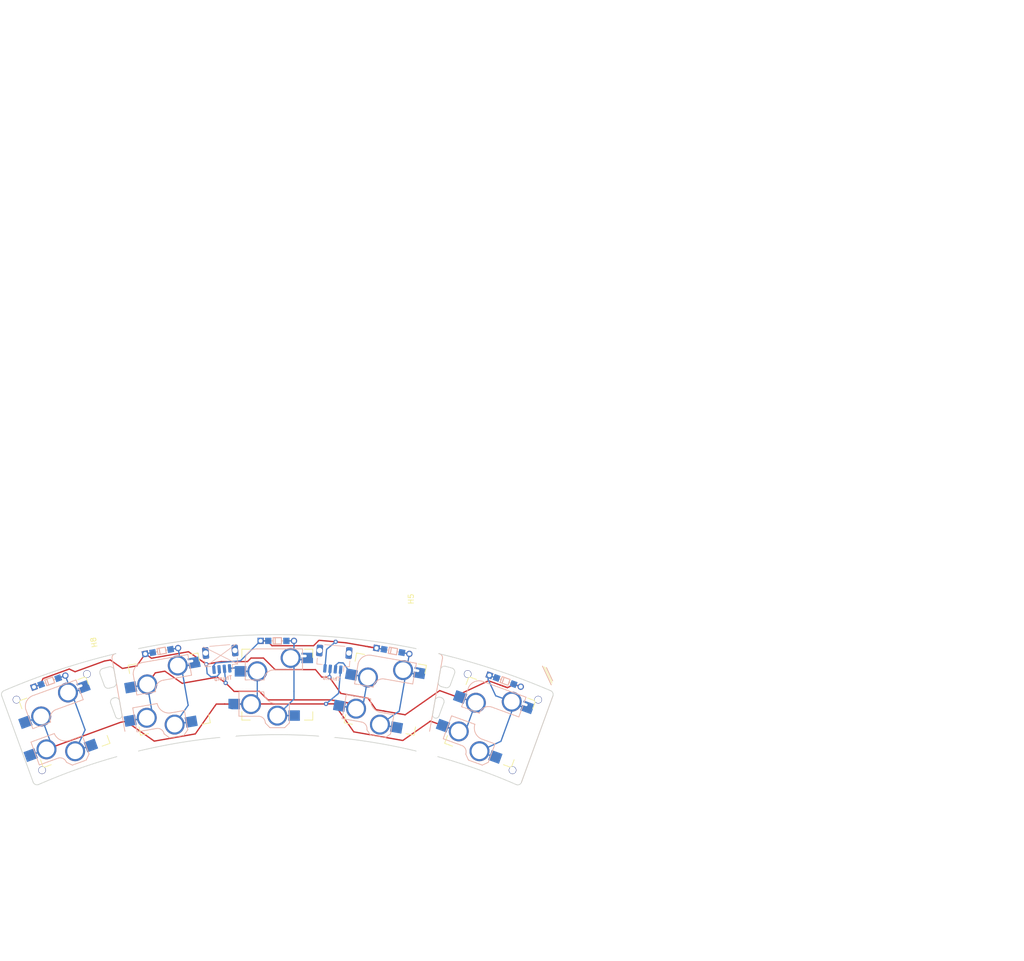
<source format=kicad_pcb>
(kicad_pcb (version 20210228) (generator pcbnew)
  (title_block (rev "1") (company "@e3w2q"))
  (layers (0 "F.Cu" signal) (31 "B.Cu" signal) (34 "B.Paste" user) (35 "F.Paste" user) (36 "B.SilkS" user "B.Silkscreen") (37 "F.SilkS" user "F.Silkscreen") (38 "B.Mask" user) (39 "F.Mask" user) (44 "Edge.Cuts" user))
  (net 0 "")
  (footprint "#footprint:M2_Nut_Hole_rev2" (layer "F.Cu") (at 38.688167 135.459876 90)
    (fp_text reference "H7")
    (fp_text value "MountingHole")
    (pad "" np_thru_hole oval (at 0 0 90) (size 6 4.2) (drill oval 6 4.2) (layers F&B.Cu *.Mask))
  )
  (footprint "#footprint:CherryMX_Choc_Hotswap_rev9_test" (layer "F.Cu") (at 26.776505 130.692625 20)
    (fp_text reference "SW15" hide)
    (fp_text value "SW_Push" hide)
    (fp_line (start 4.8 -6.804) (end -3.825 -6.804) (layer "B.SilkS") (width 0.15))
    (fp_line (start 4.8 -2.8) (end -0.6 -2.8) (layer "B.SilkS") (width 0.15))
    (fp_line (start -2.575 1.375) (end -7.3 1.375) (layer "B.SilkS") (width 0.15))
    (fp_line (start 4.8 -2.8) (end 4.8 -6.804) (layer "B.SilkS") (width 0.15))
    (fp_line (start 2.275 3.575) (end -0.275 3.575) (layer "B.SilkS") (width 0.15))
    (fp_line (start 2.3 7.3) (end 1.4 8.2) (layer "B.SilkS") (width 0.15))
    (fp_line (start 1.4 8.2) (end -1.4 8.2) (layer "B.SilkS") (width 0.15))
    (fp_line (start 2.3 3.6) (end 2.3 7.3) (layer "B.SilkS") (width 0.15))
    (fp_line (start -3.5 6.025) (end -7.275 6.025) (layer "B.SilkS") (width 0.15))
    (fp_line (start -6.1 -4.85) (end -6.1 -0.905) (layer "B.SilkS") (width 0.15))
    (fp_line (start -2.28 7.3) (end -1.4 8.2) (layer "B.SilkS") (width 0.15))
    (fp_line (start -6.1 -0.896) (end -2.49 -0.896) (layer "B.SilkS") (width 0.15))
    (fp_line (start -7.3 1.4) (end -7.3 6) (layer "B.SilkS") (width 0.15))
    (fp_arc (start -0.297003 1.29573) (end -0.275 3.575) (angle 88.56010841) (layer "B.SilkS") (width 0.15))
    (fp_arc (start -3.555737 7.299519) (end -3.5 6.025) (angle 87.517551) (layer "B.SilkS") (width 0.15))
    (fp_arc (start -0.661522 -0.971018) (end -0.6 -2.8) (angle -94.27593712) (layer "B.SilkS") (width 0.15))
    (fp_arc (start -3.92717 -4.621588) (end -3.825 -6.804) (angle -86.67935437) (layer "B.SilkS") (width 0.15))
    (fp_line (start -6.746875 -5.159375) (end -6.746875 -6.746875) (layer "F.SilkS") (width 0.15))
    (fp_line (start 6.746875 6.746875) (end 5.159375 6.746875) (layer "F.SilkS") (width 0.15))
    (fp_line (start -5.159375 6.746875) (end -6.746875 6.746875) (layer "F.SilkS") (width 0.15))
    (fp_line (start -6.746875 -6.746875) (end -5.159375 -6.746875) (layer "F.SilkS") (width 0.15))
    (fp_line (start 6.746875 5.159375) (end 6.746875 6.746875) (layer "F.SilkS") (width 0.15))
    (fp_line (start 6.746875 -6.746875) (end 6.746875 -5.159375) (layer "F.SilkS") (width 0.15))
    (fp_line (start -6.746875 6.746875) (end -6.746875 5.159375) (layer "F.SilkS") (width 0.15))
    (fp_line (start 5.159375 -6.746875) (end 6.746875 -6.746875) (layer "F.SilkS") (width 0.15))
    (pad "" np_thru_hole circle (at 5.5 0 110) (size 1.68 1.68) (drill 1.68) (layers F&B.Cu *.Mask))
    (pad "" np_thru_hole circle (at 5.08 0 20) (size 1.7 1.7) (drill 1.7) (layers *.Cu *.Mask))
    (pad "" np_thru_hole circle (at 0 0 110) (size 4.9 4.9) (drill 4.9) (layers F&B.Cu *.Mask))
    (pad "" np_thru_hole circle (at -5.08 0 20) (size 1.7 1.7) (drill 1.7) (layers *.Cu *.Mask))
    (pad "" np_thru_hole oval (at 5 -5.45 200) (size 1.2 0.5) (drill oval 1.2 0.5) (layers F&B.Cu *.Mask))
    (pad "" np_thru_hole circle (at -5.5 0 110) (size 1.68 1.68) (drill 1.68) (layers F&B.Cu *.Mask))
    (pad "1" smd rect (at -8.2 3.7 20) (size 2.2 2) (layers "B.Cu" "B.Paste" "B.Mask"))
    (pad "1" thru_hole circle (at -3.81 -2.54 200) (size 3.8 3.8) (drill 3) (layers *.Cu "B.Mask"))
    (pad "1" thru_hole circle (at -5 3.7 110) (size 3.8 3.8) (drill 3) (layers *.Cu "B.Mask"))
    (pad "1" smd rect (at -7 -2.54 20) (size 2.2 2) (layers "B.Cu" "B.Paste" "B.Mask"))
    (pad "2" thru_hole circle (at 2.54 -5.08 200) (size 3.8 3.8) (drill 3) (layers *.Cu "B.Mask"))
    (pad "2" smd rect (at 5.7 -5.08 20) (size 2.2 2) (layers "B.Cu" "B.Paste" "B.Mask"))
    (pad "2" thru_hole circle (at 0 5.9 110) (size 3.8 3.8) (drill 3) (layers *.Cu "B.Mask"))
    (pad "2" smd rect (at 3.2 5.89 20) (size 2.2 2) (layers "B.Cu" "B.Paste" "B.Mask"))
  )
  (footprint "#footprint:CherryMX_Choc_Hotswap_rev9_test" (layer "F.Cu") (at 87.820884 125.352791 -10)
    (fp_text reference "SW20" hide)
    (fp_text value "SW_Push" hide)
    (fp_line (start -2.575 1.375) (end -7.3 1.375) (layer "B.SilkS") (width 0.15))
    (fp_line (start 1.4 8.2) (end -1.4 8.2) (layer "B.SilkS") (width 0.15))
    (fp_line (start 2.275 3.575) (end -0.275 3.575) (layer "B.SilkS") (width 0.15))
    (fp_line (start 2.3 7.3) (end 1.4 8.2) (layer "B.SilkS") (width 0.15))
    (fp_line (start -6.1 -4.85) (end -6.1 -0.905) (layer "B.SilkS") (width 0.15))
    (fp_line (start -3.5 6.025) (end -7.275 6.025) (layer "B.SilkS") (width 0.15))
    (fp_line (start 2.3 3.6) (end 2.3 7.3) (layer "B.SilkS") (width 0.15))
    (fp_line (start -6.1 -0.896) (end -2.49 -0.896) (layer "B.SilkS") (width 0.15))
    (fp_line (start -2.28 7.3) (end -1.4 8.2) (layer "B.SilkS") (width 0.15))
    (fp_line (start 4.8 -6.804) (end -3.825 -6.804) (layer "B.SilkS") (width 0.15))
    (fp_line (start 4.8 -2.8) (end 4.8 -6.804) (layer "B.SilkS") (width 0.15))
    (fp_line (start 4.8 -2.8) (end -0.6 -2.8) (layer "B.SilkS") (width 0.15))
    (fp_line (start -7.3 1.4) (end -7.3 6) (layer "B.SilkS") (width 0.15))
    (fp_arc (start -0.661522 -0.971018) (end -0.6 -2.8) (angle -94.27593712) (layer "B.SilkS") (width 0.15))
    (fp_arc (start -3.555737 7.299519) (end -3.5 6.025) (angle 87.517551) (layer "B.SilkS") (width 0.15))
    (fp_arc (start -3.92717 -4.621588) (end -3.825 -6.804) (angle -86.67935437) (layer "B.SilkS") (width 0.15))
    (fp_arc (start -0.297003 1.29573) (end -0.275 3.575) (angle 88.56010841) (layer "B.SilkS") (width 0.15))
    (fp_line (start -5.159375 6.746875) (end -6.746875 6.746875) (layer "F.SilkS") (width 0.15))
    (fp_line (start 6.746875 6.746875) (end 5.159375 6.746875) (layer "F.SilkS") (width 0.15))
    (fp_line (start 6.746875 -6.746875) (end 6.746875 -5.159375) (layer "F.SilkS") (width 0.15))
    (fp_line (start -6.746875 -5.159375) (end -6.746875 -6.746875) (layer "F.SilkS") (width 0.15))
    (fp_line (start -6.746875 -6.746875) (end -5.159375 -6.746875) (layer "F.SilkS") (width 0.15))
    (fp_line (start 6.746875 5.159375) (end 6.746875 6.746875) (layer "F.SilkS") (width 0.15))
    (fp_line (start -6.746875 6.746875) (end -6.746875 5.159375) (layer "F.SilkS") (width 0.15))
    (fp_line (start 5.159375 -6.746875) (end 6.746875 -6.746875) (layer "F.SilkS") (width 0.15))
    (pad "" np_thru_hole circle (at 5.5 0 80) (size 1.68 1.68) (drill 1.68) (layers F&B.Cu *.Mask))
    (pad "" np_thru_hole circle (at -5.5 0 80) (size 1.68 1.68) (drill 1.68) (layers F&B.Cu *.Mask))
    (pad "" np_thru_hole circle (at 0 0 80) (size 4.9 4.9) (drill 4.9) (layers F&B.Cu *.Mask))
    (pad "" np_thru_hole circle (at 5.08 0 350) (size 1.7 1.7) (drill 1.7) (layers *.Cu *.Mask))
    (pad "" np_thru_hole circle (at -5.08 0 350) (size 1.7 1.7) (drill 1.7) (layers *.Cu *.Mask))
    (pad "" np_thru_hole oval (at 5 -5.45 170) (size 1.2 0.5) (drill oval 1.2 0.5) (layers F&B.Cu *.Mask))
    (pad "1" smd rect (at -7 -2.54 350) (size 2.2 2) (layers "B.Cu" "B.Paste" "B.Mask"))
    (pad "1" thru_hole circle (at -3.81 -2.54 170) (size 3.8 3.8) (drill 3) (layers *.Cu "B.Mask"))
    (pad "1" thru_hole circle (at -5 3.7 80) (size 3.8 3.8) (drill 3) (layers *.Cu "B.Mask"))
    (pad "1" smd rect (at -8.2 3.7 350) (size 2.2 2) (layers "B.Cu" "B.Paste" "B.Mask"))
    (pad "2" smd rect (at 5.7 -5.08 350) (size 2.2 2) (layers "B.Cu" "B.Paste" "B.Mask"))
    (pad "2" thru_hole circle (at 0 5.9 80) (size 3.8 3.8) (drill 3) (layers *.Cu "B.Mask"))
    (pad "2" thru_hole circle (at 2.54 -5.08 170) (size 3.8 3.8) (drill 3) (layers *.Cu "B.Mask"))
    (pad "2" smd rect (at 3.2 5.89 350) (size 2.2 2) (layers "B.Cu" "B.Paste" "B.Mask"))
  )
  (footprint "#footprint:M1.4_tapping_Hole_rev2" (layer "F.Cu") (at 116.915481 126.420537)
    (fp_text reference "H55" hide)
    (fp_text value "MountingHole" hide)
    (pad "" thru_hole circle (at 0 0) (size 1.43 1.43) (drill 1.28) (layers *.Cu *.Mask))
  )
  (footprint "#footprint:M2_Nut_Hole_rev2" (layer "F.Cu") (at 76.788168 131.09425 90)
    (fp_text reference "H14")
    (fp_text value "MountingHole")
    (pad "" np_thru_hole oval (at 0 0 90) (size 6 4.2) (drill oval 6 4.2) (layers F&B.Cu *.Mask))
  )
  (footprint "#footprint:diode_TH_SMD_rev3" (layer "F.Cu") (at 45.255191 117.142488 10)
    (fp_text reference "D16")
    (fp_text value "D" hide)
    (fp_line (start 0.79376 0) (end 0.992198 0) (layer "B.SilkS") (width 0.2))
    (fp_line (start -0.396868 0.595314) (end -0.396868 -0.595314) (layer "B.SilkS") (width 0.2))
    (fp_line (start 0.79376 -0.595314) (end -0.793744 -0.595314) (layer "B.SilkS") (width 0.2))
    (fp_line (start -0.992182 0) (end -0.793744 0) (layer "B.SilkS") (width 0.2))
    (fp_line (start 0.79376 0.595314) (end 0.79376 -0.595314) (layer "B.SilkS") (width 0.2))
    (fp_line (start -0.793744 0.595314) (end 0.79376 0.595314) (layer "B.SilkS") (width 0.2))
    (fp_line (start -0.793744 -0.595314) (end -0.793744 0.595314) (layer "B.SilkS") (width 0.2))
    (pad "1" smd rect (at -1.725 0 10) (size 1.2 1.2) (layers "B.Cu" "B.Paste" "B.Mask"))
    (pad "1" thru_hole rect (at -3.175 0 10) (size 1.2 1.2) (drill 0.75) (layers *.Cu "B.Mask"))
    (pad "2" smd rect (at 1.725 0 10) (size 1.2 1.2) (layers "B.Cu" "B.Paste" "B.Mask"))
    (pad "2" thru_hole circle (at 3.175 0 10) (size 1.2 1.2) (drill 0.75) (layers *.Cu "B.Mask"))
  )
  (footprint "#footprint:M2_Nut_Hole_rev2" (layer "F.Cu") (at 38.688172 116.409876 90)
    (fp_text reference "H8" (at 0.898946 -6.308789 100 unlocked) (layer "F.SilkS"))
    (fp_text value "MountingHole")
    (pad "" np_thru_hole oval (at 0 0 90) (size 6 4.2) (drill oval 6 4.2) (layers F&B.Cu *.Mask))
  )
  (footprint "#footprint:diode_TH_SMD_rev3" (layer "F.Cu") (at 67.26317 115.219246)
    (fp_text reference "D19")
    (fp_text value "D" hide)
    (fp_line (start 0.79376 0) (end 0.992198 0) (layer "B.SilkS") (width 0.2))
    (fp_line (start 0.79376 0.595314) (end 0.79376 -0.595314) (layer "B.SilkS") (width 0.2))
    (fp_line (start -0.396868 0.595314) (end -0.396868 -0.595314) (layer "B.SilkS") (width 0.2))
    (fp_line (start -0.793744 -0.595314) (end -0.793744 0.595314) (layer "B.SilkS") (width 0.2))
    (fp_line (start -0.992182 0) (end -0.793744 0) (layer "B.SilkS") (width 0.2))
    (fp_line (start 0.79376 -0.595314) (end -0.793744 -0.595314) (layer "B.SilkS") (width 0.2))
    (fp_line (start -0.793744 0.595314) (end 0.79376 0.595314) (layer "B.SilkS") (width 0.2))
    (pad "1" smd rect (at -1.725 0) (size 1.2 1.2) (layers "B.Cu" "B.Paste" "B.Mask"))
    (pad "1" thru_hole rect (at -3.175 0) (size 1.2 1.2) (drill 0.75) (layers *.Cu "B.Mask"))
    (pad "2" smd rect (at 1.725 0) (size 1.2 1.2) (layers "B.Cu" "B.Paste" "B.Mask"))
    (pad "2" thru_hole circle (at 3.175 0) (size 1.2 1.2) (drill 0.75) (layers *.Cu "B.Mask"))
  )
  (footprint "#footprint:M2_Nut_Hole_rev2" (layer "F.Cu") (at 95.838173 135.459873 90)
    (fp_text reference "H6")
    (fp_text value "MountingHole")
    (pad "" np_thru_hole oval (at 0 0 90) (size 6 4.2) (drill oval 6 4.2) (layers F&B.Cu *.Mask))
  )
  (footprint "#footprint:M1.4_tapping_Hole_rev2" (layer "F.Cu") (at 31.044945 121.53341)
    (fp_text reference "H49" hide)
    (fp_text value "MountingHole" hide)
    (pad "" thru_hole circle (at 0 0) (size 1.43 1.43) (drill 1.28) (layers *.Cu *.Mask))
  )
  (footprint "#footprint:M1.4_tapping_Hole_rev2" (layer "F.Cu") (at 112.029756 139.847195)
    (fp_text reference "H56" hide)
    (fp_text value "MountingHole" hide)
    (pad "" thru_hole circle (at 0 0) (size 1.43 1.43) (drill 1.28) (layers *.Cu *.Mask))
  )
  (footprint "#footprint:CherryMX_Choc_Hotswap_rev9_test" (layer "F.Cu") (at 107.758511 130.693298 -20)
    (fp_text reference "SW35" hide)
    (fp_text value "SW_Push" hide)
    (fp_line (start 2.3 7.3) (end 1.4 8.2) (layer "B.SilkS") (width 0.15))
    (fp_line (start 2.3 3.6) (end 2.3 7.3) (layer "B.SilkS") (width 0.15))
    (fp_line (start 1.4 8.2) (end -1.4 8.2) (layer "B.SilkS") (width 0.15))
    (fp_line (start -2.28 7.3) (end -1.4 8.2) (layer "B.SilkS") (width 0.15))
    (fp_line (start -2.575 1.375) (end -7.3 1.375) (layer "B.SilkS") (width 0.15))
    (fp_line (start 4.8 -6.804) (end -3.825 -6.804) (layer "B.SilkS") (width 0.15))
    (fp_line (start 2.275 3.575) (end -0.275 3.575) (layer "B.SilkS") (width 0.15))
    (fp_line (start -6.1 -0.896) (end -2.49 -0.896) (layer "B.SilkS") (width 0.15))
    (fp_line (start 4.8 -2.8) (end 4.8 -6.804) (layer "B.SilkS") (width 0.15))
    (fp_line (start 4.8 -2.8) (end -0.6 -2.8) (layer "B.SilkS") (width 0.15))
    (fp_line (start -6.1 -4.85) (end -6.1 -0.905) (layer "B.SilkS") (width 0.15))
    (fp_line (start -7.3 1.4) (end -7.3 6) (layer "B.SilkS") (width 0.15))
    (fp_line (start -3.5 6.025) (end -7.275 6.025) (layer "B.SilkS") (width 0.15))
    (fp_arc (start -0.661522 -0.971018) (end -0.6 -2.8) (angle -94.27593712) (layer "B.SilkS") (width 0.15))
    (fp_arc (start -3.555737 7.299519) (end -3.5 6.025) (angle 87.517551) (layer "B.SilkS") (width 0.15))
    (fp_arc (start -3.92717 -4.621588) (end -3.825 -6.804) (angle -86.67935437) (layer "B.SilkS") (width 0.15))
    (fp_arc (start -0.297003 1.29573) (end -0.275 3.575) (angle 88.56010841) (layer "B.SilkS") (width 0.15))
    (fp_line (start 6.746875 5.159375) (end 6.746875 6.746875) (layer "F.SilkS") (width 0.15))
    (fp_line (start 5.159375 -6.746875) (end 6.746875 -6.746875) (layer "F.SilkS") (width 0.15))
    (fp_line (start -6.746875 6.746875) (end -6.746875 5.159375) (layer "F.SilkS") (width 0.15))
    (fp_line (start -5.159375 6.746875) (end -6.746875 6.746875) (layer "F.SilkS") (width 0.15))
    (fp_line (start 6.746875 6.746875) (end 5.159375 6.746875) (layer "F.SilkS") (width 0.15))
    (fp_line (start -6.746875 -6.746875) (end -5.159375 -6.746875) (layer "F.SilkS") (width 0.15))
    (fp_line (start -6.746875 -5.159375) (end -6.746875 -6.746875) (layer "F.SilkS") (width 0.15))
    (fp_line (start 6.746875 -6.746875) (end 6.746875 -5.159375) (layer "F.SilkS") (width 0.15))
    (pad "" np_thru_hole oval (at 5 -5.45 160) (size 1.2 0.5) (drill oval 1.2 0.5) (layers F&B.Cu *.Mask))
    (pad "" np_thru_hole circle (at 5.5 0 70) (size 1.68 1.68) (drill 1.68) (layers F&B.Cu *.Mask))
    (pad "" np_thru_hole circle (at 0 0 70) (size 4.9 4.9) (drill 4.9) (layers F&B.Cu *.Mask))
    (pad "" np_thru_hole circle (at 5.08 0 340) (size 1.7 1.7) (drill 1.7) (layers *.Cu *.Mask))
    (pad "" np_thru_hole circle (at -5.08 0 340) (size 1.7 1.7) (drill 1.7) (layers *.Cu *.Mask))
    (pad "" np_thru_hole circle (at -5.5 0 70) (size 1.68 1.68) (drill 1.68) (layers F&B.Cu *.Mask))
    (pad "1" smd rect (at -8.2 3.7 340) (size 2.2 2) (layers "B.Cu" "B.Paste" "B.Mask"))
    (pad "1" thru_hole circle (at -5 3.7 70) (size 3.8 3.8) (drill 3) (layers *.Cu "B.Mask"))
    (pad "1" thru_hole circle (at -3.81 -2.54 160) (size 3.8 3.8) (drill 3) (layers *.Cu "B.Mask"))
    (pad "1" smd rect (at -7 -2.54 340) (size 2.2 2) (layers "B.Cu" "B.Paste" "B.Mask"))
    (pad "2" smd rect (at 5.7 -5.08 340) (size 2.2 2) (layers "B.Cu" "B.Paste" "B.Mask"))
    (pad "2" thru_hole circle (at 0 5.9 70) (size 3.8 3.8) (drill 3) (layers *.Cu "B.Mask"))
    (pad "2" smd rect (at 3.2 5.89 340) (size 2.2 2) (layers "B.Cu" "B.Paste" "B.Mask"))
    (pad "2" thru_hole circle (at 2.54 -5.08 160) (size 3.8 3.8) (drill 3) (layers *.Cu "B.Mask"))
  )
  (footprint "#footprint:M2_Nut_Hole_rev2" (layer "F.Cu") (at 95.83817 116.409867 90)
    (fp_text reference "H5" (at 9.159666 -3.125116 90 unlocked) (layer "F.SilkS"))
    (fp_text value "MountingHole")
    (pad "" np_thru_hole oval (at 0 0 90) (size 6 4.2) (drill oval 6 4.2) (layers F&B.Cu *.Mask))
  )
  (footprint "#footprint:CherryMX_Choc_Hotswap_rev9_test" (layer "F.Cu") (at 46.702436 125.350247 10)
    (fp_text reference "SW16" hide)
    (fp_text value "SW_Push" hide)
    (fp_line (start -6.1 -4.85) (end -6.1 -0.905) (layer "B.SilkS") (width 0.15))
    (fp_line (start -2.575 1.375) (end -7.3 1.375) (layer "B.SilkS") (width 0.15))
    (fp_line (start 4.8 -6.804) (end -3.825 -6.804) (layer "B.SilkS") (width 0.15))
    (fp_line (start 2.3 3.6) (end 2.3 7.3) (layer "B.SilkS") (width 0.15))
    (fp_line (start -2.28 7.3) (end -1.4 8.2) (layer "B.SilkS") (width 0.15))
    (fp_line (start 2.275 3.575) (end -0.275 3.575) (layer "B.SilkS") (width 0.15))
    (fp_line (start 4.8 -2.8) (end 4.8 -6.804) (layer "B.SilkS") (width 0.15))
    (fp_line (start -6.1 -0.896) (end -2.49 -0.896) (layer "B.SilkS") (width 0.15))
    (fp_line (start -7.3 1.4) (end -7.3 6) (layer "B.SilkS") (width 0.15))
    (fp_line (start 2.3 7.3) (end 1.4 8.2) (layer "B.SilkS") (width 0.15))
    (fp_line (start -3.5 6.025) (end -7.275 6.025) (layer "B.SilkS") (width 0.15))
    (fp_line (start 1.4 8.2) (end -1.4 8.2) (layer "B.SilkS") (width 0.15))
    (fp_line (start 4.8 -2.8) (end -0.6 -2.8) (layer "B.SilkS") (width 0.15))
    (fp_arc (start -3.92717 -4.621588) (end -3.825 -6.804) (angle -86.67935437) (layer "B.SilkS") (width 0.15))
    (fp_arc (start -0.661522 -0.971018) (end -0.6 -2.8) (angle -94.27593712) (layer "B.SilkS") (width 0.15))
    (fp_arc (start -0.297003 1.29573) (end -0.275 3.575) (angle 88.56010841) (layer "B.SilkS") (width 0.15))
    (fp_arc (start -3.555737 7.299519) (end -3.5 6.025) (angle 87.517551) (layer "B.SilkS") (width 0.15))
    (fp_line (start -6.746875 6.746875) (end -6.746875 5.159375) (layer "F.SilkS") (width 0.15))
    (fp_line (start -6.746875 -5.159375) (end -6.746875 -6.746875) (layer "F.SilkS") (width 0.15))
    (fp_line (start -5.159375 6.746875) (end -6.746875 6.746875) (layer "F.SilkS") (width 0.15))
    (fp_line (start 6.746875 5.159375) (end 6.746875 6.746875) (layer "F.SilkS") (width 0.15))
    (fp_line (start 5.159375 -6.746875) (end 6.746875 -6.746875) (layer "F.SilkS") (width 0.15))
    (fp_line (start 6.746875 6.746875) (end 5.159375 6.746875) (layer "F.SilkS") (width 0.15))
    (fp_line (start -6.746875 -6.746875) (end -5.159375 -6.746875) (layer "F.SilkS") (width 0.15))
    (fp_line (start 6.746875 -6.746875) (end 6.746875 -5.159375) (layer "F.SilkS") (width 0.15))
    (pad "" np_thru_hole circle (at 5.08 0 10) (size 1.7 1.7) (drill 1.7) (layers *.Cu *.Mask))
    (pad "" np_thru_hole circle (at -5.08 0 10) (size 1.7 1.7) (drill 1.7) (layers *.Cu *.Mask))
    (pad "" np_thru_hole circle (at 5.5 0 100) (size 1.68 1.68) (drill 1.68) (layers F&B.Cu *.Mask))
    (pad "" np_thru_hole circle (at -5.5 0 100) (size 1.68 1.68) (drill 1.68) (layers F&B.Cu *.Mask))
    (pad "" np_thru_hole circle (at 0 0 100) (size 4.9 4.9) (drill 4.9) (layers F&B.Cu *.Mask))
    (pad "" np_thru_hole oval (at 5 -5.45 190) (size 1.2 0.5) (drill oval 1.2 0.5) (layers F&B.Cu *.Mask))
    (pad "1" smd rect (at -7 -2.54 10) (size 2.2 2) (layers "B.Cu" "B.Paste" "B.Mask"))
    (pad "1" thru_hole circle (at -3.81 -2.54 190) (size 3.8 3.8) (drill 3) (layers *.Cu "B.Mask"))
    (pad "1" smd rect (at -8.2 3.7 10) (size 2.2 2) (layers "B.Cu" "B.Paste" "B.Mask"))
    (pad "1" thru_hole circle (at -5 3.7 100) (size 3.8 3.8) (drill 3) (layers *.Cu "B.Mask"))
    (pad "2" thru_hole circle (at 2.54 -5.08 190) (size 3.8 3.8) (drill 3) (layers *.Cu "B.Mask"))
    (pad "2" smd rect (at 5.7 -5.08 10) (size 2.2 2) (layers "B.Cu" "B.Paste" "B.Mask"))
    (pad "2" smd rect (at 3.2 5.89 10) (size 2.2 2) (layers "B.Cu" "B.Paste" "B.Mask"))
    (pad "2" thru_hole circle (at 0 5.9 100) (size 3.8 3.8) (drill 3) (layers *.Cu "B.Mask"))
  )
  (footprint "#footprint:diode_TH_SMD_rev3" (layer "F.Cu") (at 89.268134 117.145038 -10)
    (fp_text reference "D20")
    (fp_text value "D" hide)
    (fp_line (start -0.396868 0.595314) (end -0.396868 -0.595314) (layer "B.SilkS") (width 0.2))
    (fp_line (start 0.79376 -0.595314) (end -0.793744 -0.595314) (layer "B.SilkS") (width 0.2))
    (fp_line (start -0.793744 0.595314) (end 0.79376 0.595314) (layer "B.SilkS") (width 0.2))
    (fp_line (start 0.79376 0) (end 0.992198 0) (layer "B.SilkS") (width 0.2))
    (fp_line (start -0.793744 -0.595314) (end -0.793744 0.595314) (layer "B.SilkS") (width 0.2))
    (fp_line (start 0.79376 0.595314) (end 0.79376 -0.595314) (layer "B.SilkS") (width 0.2))
    (fp_line (start -0.992182 0) (end -0.793744 0) (layer "B.SilkS") (width 0.2))
    (pad "1" smd rect (at -1.725 0 350) (size 1.2 1.2) (layers "B.Cu" "B.Paste" "B.Mask"))
    (pad "1" thru_hole rect (at -3.175 0 350) (size 1.2 1.2) (drill 0.75) (layers *.Cu "B.Mask"))
    (pad "2" thru_hole circle (at 3.175 0 350) (size 1.2 1.2) (drill 0.75) (layers *.Cu "B.Mask"))
    (pad "2" smd rect (at 1.725 0 350) (size 1.2 1.2) (layers "B.Cu" "B.Paste" "B.Mask"))
  )
  (footprint "#footprint:diode_TH_SMD_rev3" (layer "F.Cu") (at 110.609033 122.861549 -20)
    (fp_text reference "D35")
    (fp_text value "D" hide)
    (fp_line (start -0.793744 -0.595314) (end -0.793744 0.595314) (layer "B.SilkS") (width 0.2))
    (fp_line (start -0.992182 0) (end -0.793744 0) (layer "B.SilkS") (width 0.2))
    (fp_line (start -0.793744 0.595314) (end 0.79376 0.595314) (layer "B.SilkS") (width 0.2))
    (fp_line (start 0.79376 0.595314) (end 0.79376 -0.595314) (layer "B.SilkS") (width 0.2))
    (fp_line (start -0.396868 0.595314) (end -0.396868 -0.595314) (layer "B.SilkS") (width 0.2))
    (fp_line (start 0.79376 0) (end 0.992198 0) (layer "B.SilkS") (width 0.2))
    (fp_line (start 0.79376 -0.595314) (end -0.793744 -0.595314) (layer "B.SilkS") (width 0.2))
    (pad "1" thru_hole rect (at -3.175 0 340) (size 1.2 1.2) (drill 0.75) (layers *.Cu "B.Mask"))
    (pad "1" smd rect (at -1.725 0 340) (size 1.2 1.2) (layers "B.Cu" "B.Paste" "B.Mask"))
    (pad "2" thru_hole circle (at 3.175 0 340) (size 1.2 1.2) (drill 0.75) (layers *.Cu "B.Mask"))
    (pad "2" smd rect (at 1.725 0 340) (size 1.2 1.2) (layers "B.Cu" "B.Paste" "B.Mask"))
  )
  (footprint "#footprint:M2_Nut_Hole_rev2" (layer "F.Cu") (at 57.738174 131.094247 90)
    (fp_text reference "H13")
    (fp_text value "MountingHole")
    (pad "" np_thru_hole oval (at 0 0 90) (size 6 4.2) (drill oval 6 4.2) (layers F&B.Cu *.Mask))
  )
  (footprint "#footprint:CherryMX_Choc_Hotswap_rev9_test" (layer "F.Cu") (at 67.263171 123.553619)
    (fp_text reference "SW19" hide)
    (fp_text value "SW_Push" hide)
    (fp_line (start 4.8 -6.804) (end -3.825 -6.804) (layer "B.SilkS") (width 0.15))
    (fp_line (start -3.5 6.025) (end -7.275 6.025) (layer "B.SilkS") (width 0.15))
    (fp_line (start 1.4 8.2) (end -1.4 8.2) (layer "B.SilkS") (width 0.15))
    (fp_line (start -6.1 -4.85) (end -6.1 -0.905) (layer "B.SilkS") (width 0.15))
    (fp_line (start 2.3 7.3) (end 1.4 8.2) (layer "B.SilkS") (width 0.15))
    (fp_line (start -6.1 -0.896) (end -2.49 -0.896) (layer "B.SilkS") (width 0.15))
    (fp_line (start -7.3 1.4) (end -7.3 6) (layer "B.SilkS") (width 0.15))
    (fp_line (start 4.8 -2.8) (end 4.8 -6.804) (layer "B.SilkS") (width 0.15))
    (fp_line (start 4.8 -2.8) (end -0.6 -2.8) (layer "B.SilkS") (width 0.15))
    (fp_line (start 2.3 3.6) (end 2.3 7.3) (layer "B.SilkS") (width 0.15))
    (fp_line (start 2.275 3.575) (end -0.275 3.575) (layer "B.SilkS") (width 0.15))
    (fp_line (start -2.28 7.3) (end -1.4 8.2) (layer "B.SilkS") (width 0.15))
    (fp_line (start -2.575 1.375) (end -7.3 1.375) (layer "B.SilkS") (width 0.15))
    (fp_arc (start -0.661522 -0.971018) (end -0.6 -2.8) (angle -94.27593712) (layer "B.SilkS") (width 0.15))
    (fp_arc (start -3.92717 -4.621588) (end -3.825 -6.804) (angle -86.67935437) (layer "B.SilkS") (width 0.15))
    (fp_arc (start -0.297003 1.29573) (end -0.275 3.575) (angle 88.56010841) (layer "B.SilkS") (width 0.15))
    (fp_arc (start -3.555737 7.299519) (end -3.5 6.025) (angle 87.517551) (layer "B.SilkS") (width 0.15))
    (fp_line (start -6.746875 -6.746875) (end -5.159375 -6.746875) (layer "F.SilkS") (width 0.15))
    (fp_line (start 6.746875 6.746875) (end 5.159375 6.746875) (layer "F.SilkS") (width 0.15))
    (fp_line (start 6.746875 -6.746875) (end 6.746875 -5.159375) (layer "F.SilkS") (width 0.15))
    (fp_line (start -6.746875 -5.159375) (end -6.746875 -6.746875) (layer "F.SilkS") (width 0.15))
    (fp_line (start -5.159375 6.746875) (end -6.746875 6.746875) (layer "F.SilkS") (width 0.15))
    (fp_line (start 6.746875 5.159375) (end 6.746875 6.746875) (layer "F.SilkS") (width 0.15))
    (fp_line (start 5.159375 -6.746875) (end 6.746875 -6.746875) (layer "F.SilkS") (width 0.15))
    (fp_line (start -6.746875 6.746875) (end -6.746875 5.159375) (layer "F.SilkS") (width 0.15))
    (pad "" np_thru_hole circle (at -5.08 0) (size 1.7 1.7) (drill 1.7) (layers *.Cu *.Mask))
    (pad "" np_thru_hole oval (at 5 -5.45 180) (size 1.2 0.5) (drill oval 1.2 0.5) (layers F&B.Cu *.Mask))
    (pad "" np_thru_hole circle (at 0 0 90) (size 4.9 4.9) (drill 4.9) (layers F&B.Cu *.Mask))
    (pad "" np_thru_hole circle (at 5.5 0 90) (size 1.68 1.68) (drill 1.68) (layers F&B.Cu *.Mask))
    (pad "" np_thru_hole circle (at 5.08 0) (size 1.7 1.7) (drill 1.7) (layers *.Cu *.Mask))
    (pad "" np_thru_hole circle (at -5.5 0 90) (size 1.68 1.68) (drill 1.68) (layers F&B.Cu *.Mask))
    (pad "1" smd rect (at -7 -2.54) (size 2.2 2) (layers "B.Cu" "B.Paste" "B.Mask"))
    (pad "1" smd rect (at -8.2 3.7) (size 2.2 2) (layers "B.Cu" "B.Paste" "B.Mask"))
    (pad "1" thru_hole circle (at -5 3.7 90) (size 3.8 3.8) (drill 3) (layers *.Cu "B.Mask"))
    (pad "1" thru_hole circle (at -3.81 -2.54 180) (size 3.8 3.8) (drill 3) (layers *.Cu "B.Mask"))
    (pad "2" smd rect (at 3.2 5.89) (size 2.2 2) (layers "B.Cu" "B.Paste" "B.Mask"))
    (pad "2" thru_hole circle (at 2.54 -5.08 180) (size 3.8 3.8) (drill 3) (layers *.Cu "B.Mask"))
    (pad "2" smd rect (at 5.7 -5.08) (size 2.2 2) (layers "B.Cu" "B.Paste" "B.Mask"))
    (pad "2" thru_hole circle (at 0 5.9 90) (size 3.8 3.8) (drill 3) (layers *.Cu "B.Mask"))
  )
  (footprint "#footprint:diode_TH_SMD_rev3" (layer "F.Cu") (at 23.947137 122.918994 20)
    (fp_text reference "D15")
    (fp_text value "D" hide)
    (fp_line (start 0.79376 0.595314) (end 0.79376 -0.595314) (layer "B.SilkS") (width 0.2))
    (fp_line (start -0.992182 0) (end -0.793744 0) (layer "B.SilkS") (width 0.2))
    (fp_line (start 0.79376 0) (end 0.992198 0) (layer "B.SilkS") (width 0.2))
    (fp_line (start -0.793744 0.595314) (end 0.79376 0.595314) (layer "B.SilkS") (width 0.2))
    (fp_line (start -0.793744 -0.595314) (end -0.793744 0.595314) (layer "B.SilkS") (width 0.2))
    (fp_line (start 0.79376 -0.595314) (end -0.793744 -0.595314) (layer "B.SilkS") (width 0.2))
    (fp_line (start -0.396868 0.595314) (end -0.396868 -0.595314) (layer "B.SilkS") (width 0.2))
    (pad "1" smd rect (at -1.725 0 20) (size 1.2 1.2) (layers "B.Cu" "B.Paste" "B.Mask"))
    (pad "1" thru_hole rect (at -3.175 0 20) (size 1.2 1.2) (drill 0.75) (layers *.Cu "B.Mask"))
    (pad "2" thru_hole circle (at 3.175 0 20) (size 1.2 1.2) (drill 0.75) (layers *.Cu "B.Mask"))
    (pad "2" smd rect (at 1.725 0 20) (size 1.2 1.2) (layers "B.Cu" "B.Paste" "B.Mask"))
  )
  (footprint "#footprint:M1.4_tapping_Hole_rev2" (layer "F.Cu") (at 17.628748 126.416282)
    (fp_text reference "H48" hide)
    (fp_text value "MountingHole" hide)
    (pad "" thru_hole circle (at 0 0) (size 1.43 1.43) (drill 1.28) (layers *.Cu *.Mask))
  )
  (footprint "#footprint:M1.4_tapping_Hole_rev2" (layer "F.Cu") (at 103.488832 121.531455)
    (fp_text reference "H54" hide)
    (fp_text value "MountingHole" hide)
    (pad "" thru_hole circle (at 0 0) (size 1.43 1.43) (drill 1.28) (layers *.Cu *.Mask))
  )
  (footprint "#footprint:M1.4_tapping_Hole_rev2" (layer "F.Cu") (at 22.506196 139.844311)
    (fp_text reference "H60" hide)
    (fp_text value "MountingHole" hide)
    (pad "" thru_hole circle (at 0 0) (size 1.43 1.43) (drill 1.28) (layers *.Cu *.Mask))
  )
  (footprint "#footprint:JST_SH_BM03B-SRSS-TB_1x04-1MP_P1.00mm_Vertical" (layer "B.Cu") (at 56.547541 118.79112 -175)
    (fp_text reference "J11")
    (fp_text value "Conn_01x04")
    (fp_line (start -1.94 2.7) (end 1.94 2.7) (layer "B.SilkS") (width 0.12))
    (fp_line (start -3.11 0.04) (end -3.11 -1.11) (layer "B.SilkS") (width 0.12))
    (fp_line (start 3.11 -1.11) (end -3.11 2.7) (layer "B.SilkS") (width 0.12))
    (fp_line (start 3.11 -1.11) (end 2.06 -1.11) (layer "B.SilkS") (width 0.12))
    (fp_line (start 3.11 0.04) (end 3.11 -1.11) (layer "B.SilkS") (width 0.12))
    (fp_line (start -3.11 -1.11) (end 3.11 2.7) (layer "B.SilkS") (width 0.12))
    (fp_line (start -2.06 -1.11) (end -2.06 -2.1) (layer "B.SilkS") (width 0.12))
    (fp_line (start -3.11 -1.11) (end -2.06 -1.11) (layer "B.SilkS") (width 0.12))
    (pad "1" smd roundrect (at -1.5 -1.8 185) (size 0.6 1.6) (layers "B.Cu" "B.Paste" "B.Mask"))
    (pad "2" smd roundrect (at -0.5 -1.8 185) (size 0.6 1.6) (layers "B.Cu" "B.Paste" "B.Mask"))
    (pad "3" smd roundrect (at 0.5 -1.8 185) (size 0.6 1.6) (layers "B.Cu" "B.Paste" "B.Mask"))
    (pad "4" smd roundrect (at 1.5 -1.8 185) (size 0.6 1.6) (layers "B.Cu" "B.Paste" "B.Mask"))
    (pad "MP" thru_hole roundrect (at -2.8 1.5 185) (size 1.2 2.2) (drill 1) (layers *.Cu *.Mask) (roundrect_rratio 0.208))
    (pad "MP" thru_hole roundrect (at 2.8 1.5 185) (size 1.2 2.2) (drill 1) (layers *.Cu *.Mask) (roundrect_rratio 0.208))
  )
  (footprint "#footprint:JST_SH_BM03B-SRSS-TB_1x04-1MP_P1.00mm_Vertical" (layer "B.Cu") (at 77.97879 118.791119 175)
    (fp_text reference "J12")
    (fp_text value "Conn_01x04")
    (fp_line (start 3.11 -1.11) (end 2.06 -1.11) (layer "B.SilkS") (width 0.12))
    (fp_line (start -1.94 2.7) (end 1.94 2.7) (layer "B.SilkS") (width 0.12))
    (fp_line (start -2.06 -1.11) (end -2.06 -2.1) (layer "B.SilkS") (width 0.12))
    (fp_line (start -3.11 0.04) (end -3.11 -1.11) (layer "B.SilkS") (width 0.12))
    (fp_line (start 3.11 0.04) (end 3.11 -1.11) (layer "B.SilkS") (width 0.12))
    (fp_line (start -3.11 -1.11) (end -2.06 -1.11) (layer "B.SilkS") (width 0.12))
    (pad "1" smd roundrect (at -1.5 -1.8 175) (size 0.6 1.6) (layers "B.Cu" "B.Paste" "B.Mask"))
    (pad "2" smd roundrect (at -0.5 -1.8 175) (size 0.6 1.6) (layers "B.Cu" "B.Paste" "B.Mask"))
    (pad "3" smd roundrect (at 0.5 -1.8 175) (size 0.6 1.6) (layers "B.Cu" "B.Paste" "B.Mask"))
    (pad "4" smd roundrect (at 1.5 -1.8 175) (size 0.6 1.6) (layers "B.Cu" "B.Paste" "B.Mask"))
    (pad "MP" thru_hole roundrect (at -2.8 1.5 175) (size 1.2 2.2) (drill 1) (layers *.Cu *.Mask) (roundrect_rratio 0.208))
    (pad "MP" thru_hole roundrect (at 2.8 1.5 175) (size 1.2 2.2) (drill 1) (layers *.Cu *.Mask) (roundrect_rratio 0.208))
  )
  (gr_line (start 118.482477 120.304004) (end 119.668488 122.847408) (layer "B.SilkS") (width 0.15))
  (gr_line (start 95.656629 135.761518) (end 98.688875 118.573349) (layer "B.SilkS") (width 0.15))
  (gr_arc (start 36.594035 118.435898) (end 35.819511 118.578755) (angle 90.9) (layer "B.SilkS") (width 0.15))
  (gr_arc (start 97.914351 118.430491) (end 98.688875 118.573349) (angle -90.9) (layer "B.SilkS") (width 0.15))
  (gr_line (start 117.736598 120.032525) (end 119.397011 123.593286) (layer "B.SilkS") (width 0.15))
  (gr_line (start 38.851756 135.766924) (end 35.819511 118.578755) (layer "B.SilkS") (width 0.15))
  (gr_line (start 119.695688 125.746794) (end 113.723144 142.156222) (layer "B.SilkS") (width 0.15))
  (gr_line (start 118.482477 120.304004) (end 119.668488 122.847408) (layer "F.SilkS") (width 0.15))
  (gr_line (start 118.109541 120.168265) (end 119.532743 123.220344) (layer "F.SilkS") (width 0.15))
  (gr_line (start 117.736598 120.032525) (end 119.397011 123.593286) (layer "F.SilkS") (width 0.15))
  (gr_arc (start 36.468629 126.828046) (end 36.263186 126.06134) (angle 90) (layer "Edge.Cuts") (width 0.15))
  (gr_arc (start 99.09462 120.837147) (end 98.327918 120.63171) (angle 90) (layer "Edge.Cuts") (width 0.15))
  (gr_arc (start 35.428347 120.936539) (end 35.222911 120.16983) (angle 90) (layer "Edge.Cuts") (width 0.15))
  (gr_arc (start 99.442672 123.36331) (end 100.209375 123.568736) (angle 90) (layer "Edge.Cuts") (width 0.15))
  (gr_line (start 98.054283 129.472122) (end 98.975596 126.975501) (layer "Edge.Cuts") (width 0.15))
  (gr_arc (start 21.540033 141.833346) (end 20.794153 142.104823) (angle -90) (layer "Edge.Cuts") (width 0.15))
  (gr_arc (start 34.269239 121.247126) (end 33.502536 121.45256) (angle 90) (layer "Edge.Cuts") (width 0.15))
  (gr_line (start 96.837216 129.146004) (end 97.28764 126.523216) (layer "Edge.Cuts") (width 0.15))
  (gr_arc (start 98.208895 126.770062) (end 98.414334 126.003354) (angle 90) (layer "Edge.Cuts") (width 0.15))
  (gr_arc (start 36.314078 126.869455) (end 35.547374 127.07489) (angle 90) (layer "Edge.Cuts") (width 0.15))
  (gr_line (start 113.708165 142.193826) (end 119.725791 125.672713) (layer "Edge.Cuts") (width 0.15))
  (gr_arc (start 98.689243 123.161426) (end 98.483816 123.928131) (angle 90) (layer "Edge.Cuts") (width 0.15))
  (gr_arc (start 15.561208 125.429135) (end 14.823282 125.704327) (angle 90.9025555) (layer "Edge.Cuts") (width 0.15))
  (gr_arc (start 35.833726 123.260818) (end 36.600433 123.055382) (angle 90) (layer "Edge.Cuts") (width 0.15))
  (gr_line (start 99.300057 120.070443) (end 100.459178 120.381027) (layer "Edge.Cuts") (width 0.15))
  (gr_line (start 98.483816 123.928131) (end 99.23723 124.130004) (layer "Edge.Cuts") (width 0.15))
  (gr_arc (start 118.974004 125.433859) (end 119.725791 125.672713) (angle -81.65143666) (layer "Edge.Cuts") (width 0.15))
  (gr_line (start 33.502536 121.45256) (end 34.313601 123.668134) (layer "Edge.Cuts") (width 0.15))
  (gr_arc (start 35.080306 123.462699) (end 35.285747 124.229397) (angle 90) (layer "Edge.Cuts") (width 0.15))
  (gr_line (start 100.209375 123.568736) (end 101.020438 121.353164) (layer "Edge.Cuts") (width 0.15))
  (gr_arc (start 67.264556 246.030511) (end 119.319482 124.724722) (angle -46.40883994) (layer "Edge.Cuts") (width 0.15))
  (gr_arc (start 97.445754 129.309059) (end 96.837216 129.146004) (angle -180) (layer "Edge.Cuts") (width 0.15))
  (gr_line (start 36.600433 123.055382) (end 36.195055 120.731104) (layer "Edge.Cuts") (width 0.15))
  (gr_line (start 98.259776 125.961946) (end 98.414334 126.003354) (layer "Edge.Cuts") (width 0.15))
  (gr_line (start 98.327918 120.63171) (end 97.922543 122.955986) (layer "Edge.Cuts") (width 0.15))
  (gr_arc (start 67.268202 246.585387) (end 112.708513 142.572066) (angle -47.20718096) (layer "Edge.Cuts") (width 0.15))
  (gr_line (start 36.108644 126.102753) (end 36.263186 126.06134) (layer "Edge.Cuts") (width 0.15))
  (gr_arc (start 98.054344 126.728651) (end 97.28764 126.523216) (angle 90) (layer "Edge.Cuts") (width 0.15))
  (gr_arc (start 113.021594 141.889402) (end 113.708165 142.193826) (angle 90.72453768) (layer "Edge.Cuts") (width 0.15))
  (gr_line (start 35.285747 124.229397) (end 36.039169 124.027524) (layer "Edge.Cuts") (width 0.15))
  (gr_arc (start 100.253736 121.14773) (end 100.459178 120.381027) (angle 90) (layer "Edge.Cuts") (width 0.15))
  (gr_line (start 37.685761 129.245395) (end 37.235336 126.622606) (layer "Edge.Cuts") (width 0.15))
  (gr_line (start 20.794153 142.104823) (end 14.823282 125.704327) (layer "Edge.Cuts") (width 0.15))
  (gr_arc (start 37.07723 129.408452) (end 36.46869 129.571503) (angle -180) (layer "Edge.Cuts") (width 0.15))
  (gr_line (start 36.46869 129.571503) (end 35.547374 127.07489) (layer "Edge.Cuts") (width 0.15))
  (gr_line (start 34.06381 120.480422) (end 35.222911 120.16983) (layer "Edge.Cuts") (width 0.15))
  (gr_text "Thumb" (at 56.944414 122.362997 5) (layer "B.SilkS") (effects (font (size 0.7 0.7)) (justify mirror)))
  (gr_text "Thumb" (at 77.581916 122.362995 -5) (layer "B.SilkS") (effects (font (size 0.7 0.7)) (justify mirror)))
  (segment (start 20.963607 124.004906) (end 22.140548 123.576531) (width 0.25) (layer "F.Cu") (net 0))
  (segment (start 55.400955 127.596195) (end 51.665524 132.930951) (width 0.25) (layer "F.Cu") (net 0))
  (segment (start 111.054915 124.129116) (end 112.38613 123.508362) (width 0.25) (layer "F.Cu") (net 0))
  (segment (start 57.241497 127.252613) (end 55.653997 127.252612) (width 0.25) (layer "F.Cu") (net 0))
  (segment (start 57.242507 127.253621) (end 57.21906 127.253622) (width 0.25) (layer "F.Cu") (net 0))
  (segment (start 75.105167 115.207508) (end 74.168918 116.14376) (width 0.25) (layer "F.Cu") (net 0))
  (segment (start 55.400955 127.596195) (end 55.415174 127.593688) (width 0.25) (layer "F.Cu") (net 0))
  (segment (start 27.668522 120.58067) (end 28.774207 121.096263) (width 0.25) (layer "F.Cu") (net 0))
  (segment (start 50.363032 117.287588) (end 52.839968 119.021954) (width 0.25) (layer "F.Cu") (net 0))
  (segment (start 101.126666 125.766823) (end 107.45141 122.817549) (width 0.25) (layer "F.Cu") (net 0))
  (segment (start 98.205971 124.70378) (end 101.126666 125.766823) (width 0.25) (layer "F.Cu") (net 0))
  (segment (start 49.160915 123.297646) (end 45.864534 120.9895) (width 0.25) (layer "F.Cu") (net 0))
  (segment (start 59.050546 124.843079) (end 63.844703 124.84308) (width 0.25) (layer "F.Cu") (net 0))
  (segment (start 109.563153 123.586158) (end 111.054915 124.129116) (width 0.25) (layer "F.Cu") (net 0))
  (segment (start 77.185212 122.124942) (end 79.360052 125.230939) (width 0.25) (layer "F.Cu") (net 0))
  (segment (start 87.436088 128.560681) (end 87.826935 128.629595) (width 0.25) (layer "F.Cu") (net 0))
  (segment (start 82.254348 128.128341) (end 82.282744 128.108461) (width 0.25) (layer "F.Cu") (net 0))
  (segment (start 77.293089 126.45886) (end 77.331708 126.431823) (width 0.25) (layer "F.Cu") (net 0))
  (segment (start 35.48815 118.862714) (end 37.781082 120.468248) (width 0.25) (layer "F.Cu") (net 0))
  (segment (start 107.45141 122.817549) (end 111.054915 124.129116) (width 0.25) (layer "F.Cu") (net 0))
  (segment (start 81.888764 125.676818) (end 84.529245 126.142411) (width 0.25) (layer "F.Cu") (net 0))
  (segment (start 96.398373 130.507372) (end 91.141636 134.188177) (width 0.25) (layer "F.Cu") (net 0))
  (segment (start 75.217106 115.118283) (end 75.075944 115.236733) (width 0.25) (layer "F.Cu") (net 0))
  (segment (start 96.458941 130.518053) (end 96.398373 130.507372) (width 0.25) (layer "F.Cu") (net 0))
  (segment (start 38.466062 130.540385) (end 37.447968 130.719899) (width 0.25) (layer "F.Cu") (net 0))
  (segment (start 40.524461 119.984515) (end 42.128424 117.693815) (width 0.25) (layer "F.Cu") (net 0))
  (segment (start 98.162621 124.696136) (end 98.205971 124.70378) (width 0.25) (layer "F.Cu") (net 0))
  (segment (start 65.333373 115.219251) (end 66.257884 116.143758) (width 0.25) (layer "F.Cu") (net 0))
  (segment (start 76.534015 127.215565) (end 76.520472 127.22911) (width 0.25) (layer "F.Cu") (net 0))
  (segment (start 62.26317 127.253617) (end 57.242507 127.253621) (width 0.25) (layer "F.Cu") (net 0))
  (segment (start 57.439431 123.231966) (end 59.050546 124.843079) (width 0.25) (layer "F.Cu") (net 0))
  (segment (start 91.141636 134.188177) (end 81.817345 132.544051) (width 0.25) (layer "F.Cu") (net 0))
  (segment (start 77.185212 122.124942) (end 75.740249 122.124942) (width 0.25) (layer "F.Cu") (net 0))
  (segment (start 57.242507 127.253621) (end 57.241497 127.252613) (width 0.25) (layer "F.Cu") (net 0))
  (segment (start 82.254348 128.128341) (end 81.592489 127.183109) (width 0.25) (layer "F.Cu") (net 0))
  (segment (start 55.415174 127.593688) (end 55.653997 127.252612) (width 0.25) (layer "F.Cu") (net 0))
  (segment (start 45.864534 120.9895) (end 44.05046 121.309368) (width 0.25) (layer "F.Cu") (net 0))
  (segment (start 81.817345 132.544051) (end 78.12421 127.269716) (width 0.25) (layer "F.Cu") (net 0))
  (segment (start 22.140548 123.576531) (end 22.693107 122.391573) (width 0.25) (layer "F.Cu") (net 0))
  (segment (start 75.662075 122.04677) (end 74.530437 120.698132) (width 0.25) (layer "F.Cu") (net 0))
  (segment (start 77.331708 126.431823) (end 77.957349 126.542135) (width 0.25) (layer "F.Cu") (net 0))
  (segment (start 101.794578 132.460059) (end 101.82599 132.445409) (width 0.25) (layer "F.Cu") (net 0))
  (segment (start 96.398373 130.507372) (end 96.231957 130.623898) (width 0.25) (layer "F.Cu") (net 0))
  (segment (start 86.051606 128.316557) (end 87.436088 128.560681) (width 0.25) (layer "F.Cu") (net 0))
  (segment (start 81.592489 127.183109) (end 77.957349 126.542135) (width 0.25) (layer "F.Cu") (net 0))
  (segment (start 77.957349 126.542135) (end 78.192561 126.583611) (width 0.25) (layer "F.Cu") (net 0))
  (segment (start 51.665524 132.930951) (end 43.848612 134.309282) (width 0.25) (layer "F.Cu") (net 0))
  (segment (start 91.595942 129.294177) (end 98.162621 124.696136) (width 0.25) (layer "F.Cu") (net 0))
  (segment (start 65.460483 126.458861) (end 77.293089 126.45886) (width 0.25) (layer "F.Cu") (net 0))
  (segment (start 75.105167 115.207508) (end 75.075944 115.236733) (width 0.25) (layer "F.Cu") (net 0))
  (segment (start 43.321482 118.529207) (end 50.363032 117.287588) (width 0.25) (layer "F.Cu") (net 0))
  (segment (start 78.382207 115.413577) (end 80.275891 115.579253) (width 0.25) (layer "F.Cu") (net 0))
  (segment (start 55.849028 122.11835) (end 49.160915 123.297646) (width 0.25) (layer "F.Cu") (net 0))
  (segment (start 78.363713 115.39358) (end 75.217106 115.118283) (width 0.25) (layer "F.Cu") (net 0))
  (segment (start 87.436088 128.560681) (end 91.595942 129.294177) (width 0.25) (layer "F.Cu") (net 0))
  (segment (start 64.63845 118.493075) (end 62.257202 118.493075) (width 0.25) (layer "F.Cu") (net 0))
  (segment (start 43.848612 134.309282) (end 38.466062 130.540385) (width 0.25) (layer "F.Cu") (net 0))
  (segment (start 79.360052 125.230939) (end 81.888764 125.676818) (width 0.25) (layer "F.Cu") (net 0))
  (segment (start 75.740249 122.124942) (end 75.662075 122.04677) (width 0.25) (layer "F.Cu") (net 0))
  (segment (start 52.839968 119.021954) (end 53.299727 119.343882) (width 0.25) (layer "F.Cu") (net 0))
  (segment (start 22.693107 122.391573) (end 27.668522 120.58067) (width 0.25) (layer "F.Cu") (net 0))
  (segment (start 78.12421 127.269716) (end 78.070062 127.215567) (width 0.25) (layer "F.Cu") (net 0))
  (segment (start 101.794573 132.46006) (end 96.458941 130.518053) (width 0.25) (layer "F.Cu") (net 0))
  (segment (start 34.368315 119.060173) (end 35.48815 118.862714) (width 0.25) (layer "F.Cu") (net 0))
  (segment (start 23.358165 135.848169) (end 23.343516 135.879587) (width 0.25) (layer "F.Cu") (net 0))
  (segment (start 78.070062 127.215567) (end 76.534015 127.215565) (width 0.25) (layer "F.Cu") (net 0))
  (segment (start 86.159866 116.613702) (end 80.278898 115.576728) (width 0.25) (layer "F.Cu") (net 0))
  (segment (start 61.579982 119.170293) (end 56.56972 119.17029) (width 0.25) (layer "F.Cu") (net 0))
  (segment (start 28.774207 121.096263) (end 34.368315 119.060173) (width 0.25) (layer "F.Cu") (net 0))
  (segment (start 52.839968 119.021954) (end 53.759488 119.665808) (width 0.25) (layer "F.Cu") (net 0))
  (segment (start 57.439431 123.231966) (end 55.849028 122.11835) (width 0.25) (layer "F.Cu") (net 0))
  (segment (start 85.889579 116.234112) (end 86.141368 116.593706) (width 0.25) (layer "F.Cu") (net 0))
  (segment (start 37.447968 130.719899) (end 23.358165 135.848169) (width 0.25) (layer "F.Cu") (net 0))
  (segment (start 84.529245 126.142411) (end 86.051606 128.316557) (width 0.25) (layer "F.Cu") (net 0))
  (segment (start 42.128424 117.693815) (end 43.321482 118.529207) (width 0.25) (layer "F.Cu") (net 0))
  (segment (start 37.781082 120.468248) (end 40.524461 119.984515) (width 0.25) (layer "F.Cu") (net 0))
  (segment (start 62.287678 127.229111) (end 62.26317 127.253617) (width 0.25) (layer "F.Cu") (net 0))
  (segment (start 81.801555 125.661442) (end 81.888764 125.676818) (width 0.25) (layer "F.Cu") (net 0))
  (segment (start 84.096804 116.249929) (end 86.154741 116.612799) (width 0.25) (layer "F.Cu") (net 0))
  (segment (start 74.168918 116.14376) (end 66.257884 116.143758) (width 0.25) (layer "F.Cu") (net 0))
  (segment (start 62.257202 118.493075) (end 61.579982 119.170293) (width 0.25) (layer "F.Cu") (net 0))
  (segment (start 112.38613 123.508362) (end 113.592556 123.947465) (width 0.25) (layer "F.Cu") (net 0))
  (segment (start 56.56972 119.17029) (end 53.759488 119.665808) (width 0.25) (layer "F.Cu") (net 0))
  (segment (start 66.843501 120.698132) (end 64.63845 118.493075) (width 0.25) (layer "F.Cu") (net 0))
  (segment (start 63.844703 124.84308) (end 65.460483 126.458861) (width 0.25) (layer "F.Cu") (net 0))
  (segment (start 57.439431 123.231966) (end 57.329579 123.24158) (width 0.25) (layer "F.Cu") (net 0))
  (segment (start 64.088168 115.219247) (end 65.333373 115.219251) (width 0.25) (layer "F.Cu") (net 0))
  (segment (start 44.05046 121.309368) (end 42.509255 123.510432) (width 0.25) (layer "F.Cu") (net 0))
  (segment (start 74.530437 120.698132) (end 66.843501 120.698132) (width 0.25) (layer "F.Cu") (net 0))
  (segment (start 76.520472 127.22911) (end 62.287678 127.229111) (width 0.25) (layer "F.Cu") (net 0))
  (via (at 76.534015 127.215565) (size 0.8) (drill 0.4) (layers "F.Cu" "B.Cu") (net 0))
  (via (at 53.759488 119.665808) (size 0.8) (drill 0.4) (layers "F.Cu" "B.Cu") (net 0))
  (via (at 77.185212 122.124942) (size 0.8) (drill 0.4) (layers "F.Cu" "B.Cu") (net 0))
  (via (at 57.439431 123.231966) (size 0.8) (drill 0.4) (layers "F.Cu" "B.Cu") (net 0))
  (via (at 78.363713 115.39358) (size 0.8) (drill 0.4) (layers "F.Cu" "B.Cu") (net 0))
  (segment (start 81.368299 121.635848) (end 79.842274 119.456465) (width 0.25) (layer "B.Cu") (net 0))
  (segment (start 84.509835 122.189786) (end 83.632912 127.163066) (width 0.25) (layer "B.Cu") (net 0))
  (segment (start 70.438162 129.418619) (end 70.463165 129.443618) (width 0.25) (layer "B.Cu") (net 0))
  (segment (start 19.329929 130.699944) (end 22.327541 129.608898) (width 0.25) (layer "B.Cu") (net 0))
  (segment (start 78.947537 119.362842) (end 79.669572 119.426013) (width 0.25) (layer "B.Cu") (net 0))
  (segment (start 86.14137 116.593709) (end 87.569339 116.845495) (width 0.25) (layer "B.Cu") (net 0))
  (segment (start 55.140407 119.918049) (end 55.555381 119.423497) (width 0.25) (layer "B.Cu") (net 0))
  (segment (start 49.002201 120.108762) (end 51.269063 119.709056) (width 0.25) (layer "B.Cu") (net 0))
  (segment (start 70.463171 129.443619) (end 67.273169 129.443617) (width 0.25) (layer "B.Cu") (net 0))
  (segment (start 54.65125 122.074741) (end 55.816207 121.972822) (width 0.25) (layer "B.Cu") (net 0))
  (segment (start 78.363713 115.39358) (end 76.644067 116.836533) (width 0.25) (layer "B.Cu") (net 0))
  (segment (start 107.593228 121.82047) (end 108.955784 122.316407) (width 0.25) (layer "B.Cu") (net 0))
  (segment (start 70.438163 115.219247) (end 68.988167 115.21925) (width 0.25) (layer "B.Cu") (net 0))
  (segment (start 111.882792 126.788392) (end 108.824675 125.675331) (width 0.25) (layer "B.Cu") (net 0))
  (segment (start 56.276047 121.424805) (end 56.206328 120.627848) (width 0.25) (layer "B.Cu") (net 0))
  (segment (start 55.816207 121.972822) (end 56.276047 121.424805) (width 0.25) (layer "B.Cu") (net 0))
  (segment (start 92.394903 117.69637) (end 90.614614 127.792879) (width 0.25) (layer "B.Cu") (net 0))
  (segment (start 28.794424 136.236811) (end 30.692033 132.167375) (width 0.25) (layer "B.Cu") (net 0))
  (segment (start 78.389735 119.8309) (end 78.947537 119.362842) (width 0.25) (layer "B.Cu") (net 0))
  (segment (start 63.453164 126.063621) (end 62.263172 127.253618) (width 0.25) (layer "B.Cu") (net 0))
  (segment (start 50.302396 127.482509) (end 50.197649 126.888463) (width 0.25) (layer "B.Cu") (net 0))
  (segment (start 84.509835 122.189786) (end 81.368295 121.63585) (width 0.25) (layer "B.Cu") (net 0))
  (segment (start 28.131159 125.131425) (end 30.29417 124.34415) (width 0.25) (layer "B.Cu") (net 0))
  (segment (start 43.386178 128.483712) (end 42.420898 129.862275) (width 0.25) (layer "B.Cu") (net 0))
  (segment (start 79.316205 120.715009) (end 78.922846 125.211101) (width 0.25) (layer "B.Cu") (net 0))
  (segment (start 92.3949 117.696374) (end 90.966925 117.444586) (width 0.25) (layer "B.Cu") (net 0))
  (segment (start 112.244987 127.679112) (end 111.850528 126.833186) (width 0.25) (layer "B.Cu") (net 0))
  (segment (start 107.354031 122.521513) (end 107.625511 121.775637) (width 0.25) (layer "B.Cu") (net 0))
  (segment (start 48.381955 116.591152) (end 50.197649 126.888463) (width 0.25) (layer "B.Cu") (net 0))
  (segment (start 67.273169 129.443617) (end 67.26317 129.453619) (width 0.25) (layer "B.Cu") (net 0))
  (segment (start 59.463789 120.342855) (end 60.263171 121.013621) (width 0.25) (layer "B.Cu") (net 0))
  (segment (start 50.876608 130.595089) (end 47.735073 131.149026) (width 0.25) (layer "B.Cu") (net 0))
  (segment (start 59.063174 127.253619) (end 62.263172 127.253618) (width 0.25) (layer "B.Cu") (net 0))
  (segment (start 112.197725 123.49637) (end 113.560279 123.992296) (width 0.25) (layer "B.Cu") (net 0))
  (segment (start 89.929204 131.680027) (end 89.949482 131.708987) (width 0.25) (layer "B.Cu") (net 0))
  (segment (start 90.474462 128.587723) (end 90.614614 127.792879) (width 0.25) (layer "B.Cu") (net 0))
  (segment (start 108.824675 125.675331) (end 107.354031 122.521513) (width 0.25) (layer "B.Cu") (net 0))
  (segment (start 105.708327 136.282277) (end 108.705948 137.373318) (width 0.25) (layer "B.Cu") (net 0))
  (segment (start 53.916294 121.458037) (end 54.65125 122.074741) (width 0.25) (layer "B.Cu") (net 0))
  (segment (start 78.320012 120.627855) (end 78.389735 119.8309) (width 0.25) (layer "B.Cu") (net 0))
  (segment (start 70.438165 115.219251) (end 70.438165 124.820533) (width 0.25) (layer "B.Cu") (net 0))
  (segment (start 78.922846 125.211101) (end 76.534015 127.215565) (width 0.25) (layer "B.Cu") (net 0))
  (segment (start 89.94948 131.708984) (end 86.807944 131.155046) (width 0.25) (layer "B.Cu") (net 0))
  (segment (start 110.208388 133.274628) (end 112.244987 127.679112) (width 0.25) (layer "B.Cu") (net 0))
  (segment (start 53.759488 119.665808) (end 53.916294 121.458037) (width 0.25) (layer "B.Cu") (net 0))
  (segment (start 64.054536 115.219247) (end 64.088168 115.219248) (width 0.25) (layer "B.Cu") (net 0))
  (segment (start 70.438166 118.791123) (end 72.739992 118.791121) (width 0.25) (layer "B.Cu") (net 0))
  (segment (start 22.326167 123.508975) (end 20.963609 124.004906) (width 0.25) (layer "B.Cu") (net 0))
  (segment (start 57.437858 123.230646) (end 57.202519 120.540696) (width 0.25) (layer "B.Cu") (net 0))
  (segment (start 101.762312 132.504852) (end 103.287543 131.793624) (width 0.25) (layer "B.Cu") (net 0))
  (segment (start 91.808019 121.242477) (end 94.074872 121.642189) (width 0.25) (layer "B.Cu") (net 0))
  (segment (start 98.755292 131.410385) (end 101.762312 132.504852) (width 0.25) (layer "B.Cu") (net 0))
  (segment (start 64.088166 115.21925) (end 65.538165 115.219247) (width 0.25) (layer "B.Cu") (net 0))
  (segment (start 39.269515 130.417951) (end 42.420898 129.862275) (width 0.25) (layer "B.Cu") (net 0))
  (segment (start 42.128424 117.693815) (end 43.556396 117.442027) (width 0.25) (layer "B.Cu") (net 0))
  (segment (start 76.644067 116.836533) (end 76.327622 120.453537) (width 0.25) (layer "B.Cu") (net 0))
  (segment (start 50.847651 130.574809) (end 50.876611 130.595086) (width 0.25) (layer "B.Cu") (net 0))
  (segment (start 86.796361 131.163158) (end 90.474462 128.587723) (width 0.25) (layer "B.Cu") (net 0))
  (segment (start 70.438164 126.278626) (end 70.438165 124.820533) (width 0.25) (layer "B.Cu") (net 0))
  (segment (start 26.930657 121.833079) (end 25.568103 122.329006) (width 0.25) (layer "B.Cu") (net 0))
  (segment (start 28.800401 136.223992) (end 28.794423 136.23681) (width 0.25) (layer "B.Cu") (net 0))
  (segment (start 55.210131 120.715008) (end 55.140407 119.918049) (width 0.25) (layer "B.Cu") (net 0))
  (segment (start 47.735073 131.149026) (end 47.72696 131.160611) (width 0.25) (layer "B.Cu") (net 0))
  (segment (start 47.726959 131.160613) (end 50.302396 127.482509) (width 0.25) (layer "B.Cu") (net 0))
  (segment (start 83.632912 127.163066) (end 82.254347 128.128342) (width 0.25) (layer "B.Cu") (net 0))
  (segment (start 26.930657 121.833079) (end 30.566195 131.821637) (width 0.25) (layer "B.Cu") (net 0))
  (segment (start 79.842274 119.456465) (end 79.669572 119.426013) (width 0.25) (layer "B.Cu") (net 0))
  (segment (start 39.367722 124.064368) (end 42.509256 123.510434) (width 0.25) (layer "B.Cu") (net 0))
  (segment (start 31.798022 135.132949) (end 28.800401 136.223992) (width 0.25) (layer "B.Cu") (net 0))
  (segment (start 24.054748 134.354345) (end 23.343516 135.879587) (width 0.25) (layer "B.Cu") (net 0))
  (segment (start 108.705948 137.373318) (end 108.718763 137.367347) (width 0.25) (layer "B.Cu") (net 0))
  (segment (start 57.439431 123.231966) (end 57.437858 123.230646) (width 0.25) (layer "B.Cu") (net 0))
  (segment (start 109.822846 134.333898) (end 110.208388 133.274628) (width 0.25) (layer "B.Cu") (net 0))
  (segment (start 31.765976 135.118007) (end 31.798024 135.13295) (width 0.25) (layer "B.Cu") (net 0))
  (segment (start 78.922846 125.211101) (end 78.445627 125.611534) (width 0.25) (layer "B.Cu") (net 0))
  (segment (start 30.692033 132.167375) (end 30.566195 131.821637) (width 0.25) (layer "B.Cu") (net 0))
  (segment (start 111.972762 127.095319) (end 114.135767 127.882592) (width 0.25) (layer "B.Cu") (net 0))
  (segment (start 58.198715 120.453537) (end 59.463789 120.342855) (width 0.25) (layer "B.Cu") (net 0))
  (segment (start 102.017128 125.957132) (end 105.014743 127.048175) (width 0.25) (layer "B.Cu") (net 0))
  (segment (start 60.26207 119.011717) (end 64.054536 115.219247) (width 0.25) (layer "B.Cu") (net 0))
  (segment (start 42.509256 123.510434) (end 43.386178 128.483712) (width 0.25) (layer "B.Cu") (net 0))
  (segment (start 46.953983 116.842941) (end 48.381955 116.591151) (width 0.25) (layer "B.Cu") (net 0))
  (segment (start 67.263171 129.453617) (end 70.438164 126.278626) (width 0.25) (layer "B.Cu") (net 0))
  (segment (start 22.327541 129.608898) (end 24.054748 134.354345) (width 0.25) (layer "B.Cu") (net 0))
  (segment (start 86.807944 131.155046) (end 86.796359 131.163158) (width 0.25) (layer "B.Cu") (net 0))
  (segment (start 55.555381 119.423497) (end 60.26207 119.011717) (width 0.25) (layer "B.Cu") (net 0))
  (segment (start 103.287543 131.793624) (end 105.014743 127.048175) (width 0.25) (layer "B.Cu") (net 0))
  (segment (start 63.453169 121.013619) (end 63.453164 126.063621) (width 0.25) (layer "B.Cu") (net 0))
  (segment (start 77.185212 122.124942) (end 77.323814 120.540692) (width 0.25) (layer "B.Cu") (net 0))
  (segment (start 20.3365 136.974051) (end 23.343516 135.879587) (width 0.25) (layer "B.Cu") (net 0))
  (segment (start 60.263168 121.013618) (end 63.453169 121.013619) (width 0.25) (layer "B.Cu") (net 0))
  (segment (start 82.254347 128.128342) (end 79.102959 127.572669) (width 0.25) (layer "B.Cu") (net 0))
  (segment (start 105.740592 136.237485) (end 109.822846 134.333898) (width 0.25) (layer "B.Cu") (net 0))
)
</source>
